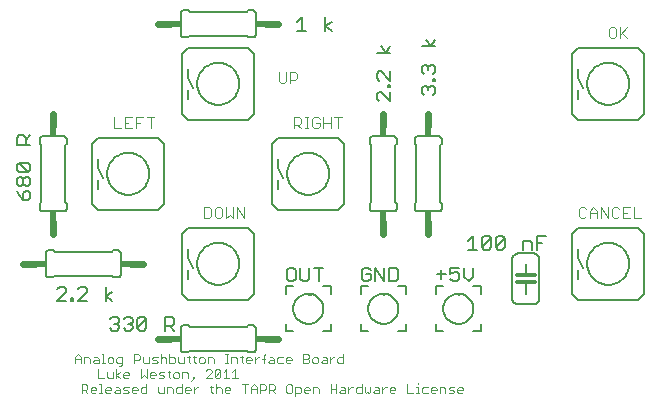
<source format=gto>
G75*
G70*
%OFA0B0*%
%FSLAX24Y24*%
%IPPOS*%
%LPD*%
%AMOC8*
5,1,8,0,0,1.08239X$1,22.5*
%
%ADD10C,0.0030*%
%ADD11C,0.0080*%
%ADD12C,0.0240*%
%ADD13C,0.0060*%
%ADD14R,0.0340X0.0240*%
%ADD15C,0.0050*%
%ADD16R,0.0240X0.0340*%
%ADD17C,0.0120*%
%ADD18C,0.0000*%
D10*
X002836Y001302D02*
X002836Y001495D01*
X002933Y001592D01*
X003029Y001495D01*
X003029Y001302D01*
X003131Y001302D02*
X003131Y001495D01*
X003276Y001495D01*
X003324Y001447D01*
X003324Y001302D01*
X003425Y001350D02*
X003474Y001399D01*
X003619Y001399D01*
X003619Y001447D02*
X003619Y001302D01*
X003474Y001302D01*
X003425Y001350D01*
X003474Y001495D02*
X003570Y001495D01*
X003619Y001447D01*
X003720Y001302D02*
X003817Y001302D01*
X003768Y001302D02*
X003768Y001592D01*
X003720Y001592D01*
X003916Y001447D02*
X003916Y001350D01*
X003965Y001302D01*
X004061Y001302D01*
X004110Y001350D01*
X004110Y001447D01*
X004061Y001495D01*
X003965Y001495D01*
X003916Y001447D01*
X004211Y001447D02*
X004211Y001350D01*
X004259Y001302D01*
X004404Y001302D01*
X004404Y001254D02*
X004404Y001495D01*
X004259Y001495D01*
X004211Y001447D01*
X004404Y001254D02*
X004356Y001205D01*
X004308Y001205D01*
X004198Y001092D02*
X004198Y000802D01*
X004198Y000899D02*
X004343Y000802D01*
X004443Y000850D02*
X004443Y000947D01*
X004492Y000995D01*
X004588Y000995D01*
X004637Y000947D01*
X004637Y000899D01*
X004443Y000899D01*
X004443Y000850D02*
X004492Y000802D01*
X004588Y000802D01*
X004343Y000995D02*
X004198Y000899D01*
X004097Y000995D02*
X004097Y000802D01*
X003951Y000802D01*
X003903Y000850D01*
X003903Y000995D01*
X003608Y001092D02*
X003608Y000802D01*
X003802Y000802D01*
X003692Y000592D02*
X003692Y000302D01*
X003644Y000302D02*
X003741Y000302D01*
X003840Y000350D02*
X003840Y000447D01*
X003889Y000495D01*
X003985Y000495D01*
X004034Y000447D01*
X004034Y000399D01*
X003840Y000399D01*
X003840Y000350D02*
X003889Y000302D01*
X003985Y000302D01*
X004135Y000350D02*
X004183Y000399D01*
X004328Y000399D01*
X004328Y000447D02*
X004328Y000302D01*
X004183Y000302D01*
X004135Y000350D01*
X004183Y000495D02*
X004280Y000495D01*
X004328Y000447D01*
X004430Y000447D02*
X004478Y000399D01*
X004575Y000399D01*
X004623Y000350D01*
X004575Y000302D01*
X004430Y000302D01*
X004430Y000447D02*
X004478Y000495D01*
X004623Y000495D01*
X004724Y000447D02*
X004724Y000350D01*
X004773Y000302D01*
X004869Y000302D01*
X004918Y000399D02*
X004724Y000399D01*
X004724Y000447D02*
X004773Y000495D01*
X004869Y000495D01*
X004918Y000447D01*
X004918Y000399D01*
X005019Y000447D02*
X005019Y000350D01*
X005067Y000302D01*
X005212Y000302D01*
X005212Y000592D01*
X005212Y000495D02*
X005067Y000495D01*
X005019Y000447D01*
X005033Y000802D02*
X005129Y000899D01*
X005226Y000802D01*
X005226Y001092D01*
X005327Y000947D02*
X005376Y000995D01*
X005472Y000995D01*
X005521Y000947D01*
X005521Y000899D01*
X005327Y000899D01*
X005327Y000947D02*
X005327Y000850D01*
X005376Y000802D01*
X005472Y000802D01*
X005622Y000802D02*
X005767Y000802D01*
X005815Y000850D01*
X005767Y000899D01*
X005670Y000899D01*
X005622Y000947D01*
X005670Y000995D01*
X005815Y000995D01*
X005916Y000995D02*
X006013Y000995D01*
X005965Y001044D02*
X005965Y000850D01*
X006013Y000802D01*
X006113Y000850D02*
X006161Y000802D01*
X006258Y000802D01*
X006306Y000850D01*
X006306Y000947D01*
X006258Y000995D01*
X006161Y000995D01*
X006113Y000947D01*
X006113Y000850D01*
X006408Y000802D02*
X006408Y000995D01*
X006553Y000995D01*
X006601Y000947D01*
X006601Y000802D01*
X006702Y000705D02*
X006799Y000802D01*
X006751Y000802D01*
X006751Y000850D01*
X006799Y000850D01*
X006799Y000802D01*
X007193Y000802D02*
X007387Y000995D01*
X007387Y001044D01*
X007338Y001092D01*
X007242Y001092D01*
X007193Y001044D01*
X007193Y000802D02*
X007387Y000802D01*
X007488Y000850D02*
X007681Y001044D01*
X007681Y000850D01*
X007633Y000802D01*
X007536Y000802D01*
X007488Y000850D01*
X007488Y001044D01*
X007536Y001092D01*
X007633Y001092D01*
X007681Y001044D01*
X007783Y000995D02*
X007879Y001092D01*
X007879Y000802D01*
X007783Y000802D02*
X007976Y000802D01*
X008077Y000802D02*
X008271Y000802D01*
X008174Y000802D02*
X008174Y001092D01*
X008077Y000995D01*
X008041Y001302D02*
X008041Y001495D01*
X008186Y001495D01*
X008235Y001447D01*
X008235Y001302D01*
X008384Y001350D02*
X008433Y001302D01*
X008384Y001350D02*
X008384Y001544D01*
X008336Y001495D02*
X008433Y001495D01*
X008532Y001447D02*
X008581Y001495D01*
X008677Y001495D01*
X008726Y001447D01*
X008726Y001399D01*
X008532Y001399D01*
X008532Y001447D02*
X008532Y001350D01*
X008581Y001302D01*
X008677Y001302D01*
X008827Y001302D02*
X008827Y001495D01*
X008827Y001399D02*
X008924Y001495D01*
X008972Y001495D01*
X009073Y001447D02*
X009169Y001447D01*
X009121Y001544D02*
X009121Y001302D01*
X009269Y001350D02*
X009317Y001399D01*
X009462Y001399D01*
X009462Y001447D02*
X009462Y001302D01*
X009317Y001302D01*
X009269Y001350D01*
X009317Y001495D02*
X009414Y001495D01*
X009462Y001447D01*
X009564Y001447D02*
X009564Y001350D01*
X009612Y001302D01*
X009757Y001302D01*
X009858Y001350D02*
X009858Y001447D01*
X009907Y001495D01*
X010003Y001495D01*
X010052Y001447D01*
X010052Y001399D01*
X009858Y001399D01*
X009858Y001350D02*
X009907Y001302D01*
X010003Y001302D01*
X009757Y001495D02*
X009612Y001495D01*
X009564Y001447D01*
X009169Y001592D02*
X009121Y001544D01*
X007942Y001592D02*
X007845Y001592D01*
X007893Y001592D02*
X007893Y001302D01*
X007845Y001302D02*
X007942Y001302D01*
X007449Y001302D02*
X007449Y001447D01*
X007401Y001495D01*
X007256Y001495D01*
X007256Y001302D01*
X007154Y001350D02*
X007154Y001447D01*
X007106Y001495D01*
X007009Y001495D01*
X006961Y001447D01*
X006961Y001350D01*
X007009Y001302D01*
X007106Y001302D01*
X007154Y001350D01*
X006861Y001302D02*
X006813Y001350D01*
X006813Y001544D01*
X006765Y001495D02*
X006861Y001495D01*
X006665Y001495D02*
X006568Y001495D01*
X006616Y001544D02*
X006616Y001350D01*
X006665Y001302D01*
X006467Y001302D02*
X006467Y001495D01*
X006467Y001302D02*
X006322Y001302D01*
X006273Y001350D01*
X006273Y001495D01*
X006172Y001447D02*
X006172Y001350D01*
X006124Y001302D01*
X005979Y001302D01*
X005979Y001592D01*
X005979Y001495D02*
X006124Y001495D01*
X006172Y001447D01*
X005878Y001447D02*
X005878Y001302D01*
X005878Y001447D02*
X005829Y001495D01*
X005733Y001495D01*
X005684Y001447D01*
X005583Y001495D02*
X005438Y001495D01*
X005390Y001447D01*
X005438Y001399D01*
X005535Y001399D01*
X005583Y001350D01*
X005535Y001302D01*
X005390Y001302D01*
X005288Y001302D02*
X005288Y001495D01*
X005288Y001302D02*
X005143Y001302D01*
X005095Y001350D01*
X005095Y001495D01*
X004994Y001447D02*
X004945Y001399D01*
X004800Y001399D01*
X004800Y001302D02*
X004800Y001592D01*
X004945Y001592D01*
X004994Y001544D01*
X004994Y001447D01*
X005033Y001092D02*
X005033Y000802D01*
X005608Y000495D02*
X005608Y000350D01*
X005657Y000302D01*
X005802Y000302D01*
X005802Y000495D01*
X005903Y000495D02*
X005903Y000302D01*
X006096Y000302D02*
X006096Y000447D01*
X006048Y000495D01*
X005903Y000495D01*
X006197Y000447D02*
X006197Y000350D01*
X006246Y000302D01*
X006391Y000302D01*
X006391Y000592D01*
X006391Y000495D02*
X006246Y000495D01*
X006197Y000447D01*
X006492Y000447D02*
X006492Y000350D01*
X006540Y000302D01*
X006637Y000302D01*
X006686Y000399D02*
X006492Y000399D01*
X006492Y000447D02*
X006540Y000495D01*
X006637Y000495D01*
X006686Y000447D01*
X006686Y000399D01*
X006787Y000399D02*
X006884Y000495D01*
X006932Y000495D01*
X006787Y000495D02*
X006787Y000302D01*
X007327Y000495D02*
X007424Y000495D01*
X007375Y000544D02*
X007375Y000350D01*
X007424Y000302D01*
X007523Y000302D02*
X007523Y000592D01*
X007572Y000495D02*
X007668Y000495D01*
X007717Y000447D01*
X007717Y000302D01*
X007818Y000350D02*
X007818Y000447D01*
X007866Y000495D01*
X007963Y000495D01*
X008011Y000447D01*
X008011Y000399D01*
X007818Y000399D01*
X007818Y000350D02*
X007866Y000302D01*
X007963Y000302D01*
X007572Y000495D02*
X007523Y000447D01*
X008407Y000592D02*
X008601Y000592D01*
X008504Y000592D02*
X008504Y000302D01*
X008702Y000302D02*
X008702Y000495D01*
X008799Y000592D01*
X008895Y000495D01*
X008895Y000302D01*
X008997Y000302D02*
X008997Y000592D01*
X009142Y000592D01*
X009190Y000544D01*
X009190Y000447D01*
X009142Y000399D01*
X008997Y000399D01*
X008895Y000447D02*
X008702Y000447D01*
X009291Y000399D02*
X009436Y000399D01*
X009485Y000447D01*
X009485Y000544D01*
X009436Y000592D01*
X009291Y000592D01*
X009291Y000302D01*
X009388Y000399D02*
X009485Y000302D01*
X009881Y000350D02*
X009929Y000302D01*
X010026Y000302D01*
X010074Y000350D01*
X010074Y000544D01*
X010026Y000592D01*
X009929Y000592D01*
X009881Y000544D01*
X009881Y000350D01*
X010175Y000302D02*
X010320Y000302D01*
X010369Y000350D01*
X010369Y000447D01*
X010320Y000495D01*
X010175Y000495D01*
X010175Y000205D01*
X010470Y000350D02*
X010470Y000447D01*
X010518Y000495D01*
X010615Y000495D01*
X010663Y000447D01*
X010663Y000399D01*
X010470Y000399D01*
X010470Y000350D02*
X010518Y000302D01*
X010615Y000302D01*
X010764Y000302D02*
X010764Y000495D01*
X010910Y000495D01*
X010958Y000447D01*
X010958Y000302D01*
X011354Y000302D02*
X011354Y000592D01*
X011354Y000447D02*
X011547Y000447D01*
X011648Y000350D02*
X011697Y000399D01*
X011842Y000399D01*
X011842Y000447D02*
X011842Y000302D01*
X011697Y000302D01*
X011648Y000350D01*
X011547Y000302D02*
X011547Y000592D01*
X011697Y000495D02*
X011794Y000495D01*
X011842Y000447D01*
X011943Y000399D02*
X012040Y000495D01*
X012088Y000495D01*
X012189Y000447D02*
X012237Y000495D01*
X012382Y000495D01*
X012382Y000592D02*
X012382Y000302D01*
X012237Y000302D01*
X012189Y000350D01*
X012189Y000447D01*
X011943Y000495D02*
X011943Y000302D01*
X012483Y000350D02*
X012532Y000302D01*
X012580Y000350D01*
X012628Y000302D01*
X012677Y000350D01*
X012677Y000495D01*
X012826Y000495D02*
X012923Y000495D01*
X012971Y000447D01*
X012971Y000302D01*
X012826Y000302D01*
X012778Y000350D01*
X012826Y000399D01*
X012971Y000399D01*
X013072Y000399D02*
X013169Y000495D01*
X013218Y000495D01*
X013318Y000447D02*
X013318Y000350D01*
X013366Y000302D01*
X013463Y000302D01*
X013511Y000399D02*
X013318Y000399D01*
X013318Y000447D02*
X013366Y000495D01*
X013463Y000495D01*
X013511Y000447D01*
X013511Y000399D01*
X013907Y000302D02*
X014101Y000302D01*
X014202Y000302D02*
X014299Y000302D01*
X014250Y000302D02*
X014250Y000495D01*
X014202Y000495D01*
X014250Y000592D02*
X014250Y000641D01*
X014398Y000447D02*
X014398Y000350D01*
X014447Y000302D01*
X014592Y000302D01*
X014693Y000350D02*
X014693Y000447D01*
X014741Y000495D01*
X014838Y000495D01*
X014886Y000447D01*
X014886Y000399D01*
X014693Y000399D01*
X014693Y000350D02*
X014741Y000302D01*
X014838Y000302D01*
X014988Y000302D02*
X014988Y000495D01*
X015133Y000495D01*
X015181Y000447D01*
X015181Y000302D01*
X015282Y000302D02*
X015427Y000302D01*
X015476Y000350D01*
X015427Y000399D01*
X015331Y000399D01*
X015282Y000447D01*
X015331Y000495D01*
X015476Y000495D01*
X015577Y000447D02*
X015577Y000350D01*
X015625Y000302D01*
X015722Y000302D01*
X015770Y000399D02*
X015577Y000399D01*
X015577Y000447D02*
X015625Y000495D01*
X015722Y000495D01*
X015770Y000447D01*
X015770Y000399D01*
X014592Y000495D02*
X014447Y000495D01*
X014398Y000447D01*
X013907Y000592D02*
X013907Y000302D01*
X013072Y000302D02*
X013072Y000495D01*
X012483Y000495D02*
X012483Y000350D01*
X011770Y001302D02*
X011625Y001302D01*
X011577Y001350D01*
X011577Y001447D01*
X011625Y001495D01*
X011770Y001495D01*
X011770Y001592D02*
X011770Y001302D01*
X011477Y001495D02*
X011428Y001495D01*
X011331Y001399D01*
X011331Y001495D02*
X011331Y001302D01*
X011230Y001302D02*
X011085Y001302D01*
X011037Y001350D01*
X011085Y001399D01*
X011230Y001399D01*
X011230Y001447D02*
X011230Y001302D01*
X011230Y001447D02*
X011182Y001495D01*
X011085Y001495D01*
X010936Y001447D02*
X010887Y001495D01*
X010791Y001495D01*
X010742Y001447D01*
X010742Y001350D01*
X010791Y001302D01*
X010887Y001302D01*
X010936Y001350D01*
X010936Y001447D01*
X010641Y001399D02*
X010641Y001350D01*
X010593Y001302D01*
X010448Y001302D01*
X010448Y001592D01*
X010593Y001592D01*
X010641Y001544D01*
X010641Y001495D01*
X010593Y001447D01*
X010448Y001447D01*
X010593Y001447D02*
X010641Y001399D01*
X005684Y001302D02*
X005684Y001592D01*
X003692Y000592D02*
X003644Y000592D01*
X003543Y000447D02*
X003543Y000399D01*
X003349Y000399D01*
X003349Y000447D02*
X003349Y000350D01*
X003398Y000302D01*
X003494Y000302D01*
X003543Y000447D02*
X003494Y000495D01*
X003398Y000495D01*
X003349Y000447D01*
X003248Y000447D02*
X003200Y000399D01*
X003055Y000399D01*
X003151Y000399D02*
X003248Y000302D01*
X003248Y000447D02*
X003248Y000544D01*
X003200Y000592D01*
X003055Y000592D01*
X003055Y000302D01*
X003029Y001447D02*
X002836Y001447D01*
X007122Y006122D02*
X007307Y006122D01*
X007369Y006184D01*
X007369Y006431D01*
X007307Y006492D01*
X007122Y006492D01*
X007122Y006122D01*
X007490Y006184D02*
X007490Y006431D01*
X007552Y006492D01*
X007675Y006492D01*
X007737Y006431D01*
X007737Y006184D01*
X007675Y006122D01*
X007552Y006122D01*
X007490Y006184D01*
X007859Y006122D02*
X007982Y006245D01*
X008105Y006122D01*
X008105Y006492D01*
X008227Y006492D02*
X008474Y006122D01*
X008474Y006492D01*
X008227Y006492D02*
X008227Y006122D01*
X007859Y006122D02*
X007859Y006492D01*
X010122Y009122D02*
X010122Y009492D01*
X010307Y009492D01*
X010369Y009431D01*
X010369Y009307D01*
X010307Y009245D01*
X010122Y009245D01*
X010245Y009245D02*
X010369Y009122D01*
X010490Y009122D02*
X010614Y009122D01*
X010552Y009122D02*
X010552Y009492D01*
X010490Y009492D02*
X010614Y009492D01*
X010736Y009431D02*
X010736Y009184D01*
X010797Y009122D01*
X010921Y009122D01*
X010983Y009184D01*
X010983Y009307D01*
X010859Y009307D01*
X010736Y009431D02*
X010797Y009492D01*
X010921Y009492D01*
X010983Y009431D01*
X011104Y009492D02*
X011104Y009122D01*
X011104Y009307D02*
X011351Y009307D01*
X011351Y009492D02*
X011351Y009122D01*
X011596Y009122D02*
X011596Y009492D01*
X011719Y009492D02*
X011472Y009492D01*
X009990Y010622D02*
X009990Y010992D01*
X010175Y010992D01*
X010237Y010931D01*
X010237Y010807D01*
X010175Y010745D01*
X009990Y010745D01*
X009869Y010684D02*
X009869Y010992D01*
X009622Y010992D02*
X009622Y010684D01*
X009684Y010622D01*
X009807Y010622D01*
X009869Y010684D01*
X005474Y009492D02*
X005227Y009492D01*
X005105Y009492D02*
X004859Y009492D01*
X004859Y009122D01*
X004737Y009122D02*
X004490Y009122D01*
X004490Y009492D01*
X004737Y009492D01*
X004859Y009307D02*
X004982Y009307D01*
X004614Y009307D02*
X004490Y009307D01*
X004369Y009122D02*
X004122Y009122D01*
X004122Y009492D01*
X005350Y009492D02*
X005350Y009122D01*
X019622Y006431D02*
X019622Y006184D01*
X019684Y006122D01*
X019807Y006122D01*
X019869Y006184D01*
X019990Y006122D02*
X019990Y006369D01*
X020114Y006492D01*
X020237Y006369D01*
X020237Y006122D01*
X020359Y006122D02*
X020359Y006492D01*
X020605Y006122D01*
X020605Y006492D01*
X020727Y006431D02*
X020727Y006184D01*
X020789Y006122D01*
X020912Y006122D01*
X020974Y006184D01*
X021095Y006122D02*
X021342Y006122D01*
X021463Y006122D02*
X021710Y006122D01*
X021463Y006122D02*
X021463Y006492D01*
X021342Y006492D02*
X021095Y006492D01*
X021095Y006122D01*
X021095Y006307D02*
X021219Y006307D01*
X020974Y006431D02*
X020912Y006492D01*
X020789Y006492D01*
X020727Y006431D01*
X020237Y006307D02*
X019990Y006307D01*
X019869Y006431D02*
X019807Y006492D01*
X019684Y006492D01*
X019622Y006431D01*
X020684Y012122D02*
X020622Y012184D01*
X020622Y012431D01*
X020684Y012492D01*
X020807Y012492D01*
X020869Y012431D01*
X020869Y012184D01*
X020807Y012122D01*
X020684Y012122D01*
X020990Y012122D02*
X020990Y012492D01*
X020990Y012245D02*
X021237Y012492D01*
X021052Y012307D02*
X021237Y012122D01*
D11*
X021457Y011807D02*
X019757Y011807D01*
X019607Y011807D01*
X019407Y011607D01*
X019407Y011007D01*
X019407Y011012D02*
X019407Y010207D01*
X019407Y009607D01*
X019607Y009407D01*
X019757Y009407D01*
X021457Y009407D01*
X021607Y009407D01*
X021807Y009607D01*
X021807Y010207D01*
X021807Y011000D01*
X021807Y011007D02*
X021807Y011607D01*
X021607Y011807D01*
X021457Y011807D01*
X019607Y011107D02*
X019607Y010807D01*
X019757Y010457D01*
X019607Y010407D02*
X019607Y010107D01*
X019907Y010607D02*
X019909Y010659D01*
X019915Y010711D01*
X019925Y010763D01*
X019938Y010813D01*
X019955Y010863D01*
X019976Y010911D01*
X020001Y010957D01*
X020029Y011001D01*
X020060Y011043D01*
X020094Y011083D01*
X020131Y011120D01*
X020171Y011154D01*
X020213Y011185D01*
X020257Y011213D01*
X020303Y011238D01*
X020351Y011259D01*
X020401Y011276D01*
X020451Y011289D01*
X020503Y011299D01*
X020555Y011305D01*
X020607Y011307D01*
X020659Y011305D01*
X020711Y011299D01*
X020763Y011289D01*
X020813Y011276D01*
X020863Y011259D01*
X020911Y011238D01*
X020957Y011213D01*
X021001Y011185D01*
X021043Y011154D01*
X021083Y011120D01*
X021120Y011083D01*
X021154Y011043D01*
X021185Y011001D01*
X021213Y010957D01*
X021238Y010911D01*
X021259Y010863D01*
X021276Y010813D01*
X021289Y010763D01*
X021299Y010711D01*
X021305Y010659D01*
X021307Y010607D01*
X021305Y010555D01*
X021299Y010503D01*
X021289Y010451D01*
X021276Y010401D01*
X021259Y010351D01*
X021238Y010303D01*
X021213Y010257D01*
X021185Y010213D01*
X021154Y010171D01*
X021120Y010131D01*
X021083Y010094D01*
X021043Y010060D01*
X021001Y010029D01*
X020957Y010001D01*
X020911Y009976D01*
X020863Y009955D01*
X020813Y009938D01*
X020763Y009925D01*
X020711Y009915D01*
X020659Y009909D01*
X020607Y009907D01*
X020555Y009909D01*
X020503Y009915D01*
X020451Y009925D01*
X020401Y009938D01*
X020351Y009955D01*
X020303Y009976D01*
X020257Y010001D01*
X020213Y010029D01*
X020171Y010060D01*
X020131Y010094D01*
X020094Y010131D01*
X020060Y010171D01*
X020029Y010213D01*
X020001Y010257D01*
X019976Y010303D01*
X019955Y010351D01*
X019938Y010401D01*
X019925Y010451D01*
X019915Y010503D01*
X019909Y010555D01*
X019907Y010607D01*
X019757Y005807D02*
X019607Y005807D01*
X019407Y005607D01*
X019407Y005007D01*
X019407Y005012D02*
X019407Y004207D01*
X019407Y003607D01*
X019607Y003407D01*
X019757Y003407D01*
X021457Y003407D01*
X021607Y003407D01*
X021807Y003607D01*
X021807Y004207D01*
X021807Y005000D01*
X021807Y005007D02*
X021807Y005607D01*
X021607Y005807D01*
X021457Y005807D01*
X019757Y005807D01*
X019607Y005107D02*
X019607Y004807D01*
X019757Y004457D01*
X019607Y004407D02*
X019607Y004107D01*
X019907Y004607D02*
X019909Y004659D01*
X019915Y004711D01*
X019925Y004763D01*
X019938Y004813D01*
X019955Y004863D01*
X019976Y004911D01*
X020001Y004957D01*
X020029Y005001D01*
X020060Y005043D01*
X020094Y005083D01*
X020131Y005120D01*
X020171Y005154D01*
X020213Y005185D01*
X020257Y005213D01*
X020303Y005238D01*
X020351Y005259D01*
X020401Y005276D01*
X020451Y005289D01*
X020503Y005299D01*
X020555Y005305D01*
X020607Y005307D01*
X020659Y005305D01*
X020711Y005299D01*
X020763Y005289D01*
X020813Y005276D01*
X020863Y005259D01*
X020911Y005238D01*
X020957Y005213D01*
X021001Y005185D01*
X021043Y005154D01*
X021083Y005120D01*
X021120Y005083D01*
X021154Y005043D01*
X021185Y005001D01*
X021213Y004957D01*
X021238Y004911D01*
X021259Y004863D01*
X021276Y004813D01*
X021289Y004763D01*
X021299Y004711D01*
X021305Y004659D01*
X021307Y004607D01*
X021305Y004555D01*
X021299Y004503D01*
X021289Y004451D01*
X021276Y004401D01*
X021259Y004351D01*
X021238Y004303D01*
X021213Y004257D01*
X021185Y004213D01*
X021154Y004171D01*
X021120Y004131D01*
X021083Y004094D01*
X021043Y004060D01*
X021001Y004029D01*
X020957Y004001D01*
X020911Y003976D01*
X020863Y003955D01*
X020813Y003938D01*
X020763Y003925D01*
X020711Y003915D01*
X020659Y003909D01*
X020607Y003907D01*
X020555Y003909D01*
X020503Y003915D01*
X020451Y003925D01*
X020401Y003938D01*
X020351Y003955D01*
X020303Y003976D01*
X020257Y004001D01*
X020213Y004029D01*
X020171Y004060D01*
X020131Y004094D01*
X020094Y004131D01*
X020060Y004171D01*
X020029Y004213D01*
X020001Y004257D01*
X019976Y004303D01*
X019955Y004351D01*
X019938Y004401D01*
X019925Y004451D01*
X019915Y004503D01*
X019909Y004555D01*
X019907Y004607D01*
X011807Y006607D02*
X011607Y006407D01*
X011457Y006407D01*
X009757Y006407D01*
X009607Y006407D01*
X009407Y006607D01*
X009407Y007207D01*
X009407Y008012D01*
X009407Y008007D02*
X009407Y008607D01*
X009607Y008807D01*
X009757Y008807D01*
X011457Y008807D01*
X011607Y008807D01*
X011807Y008607D01*
X011807Y008007D01*
X011807Y008000D02*
X011807Y007207D01*
X011807Y006607D01*
X009907Y007607D02*
X009909Y007659D01*
X009915Y007711D01*
X009925Y007763D01*
X009938Y007813D01*
X009955Y007863D01*
X009976Y007911D01*
X010001Y007957D01*
X010029Y008001D01*
X010060Y008043D01*
X010094Y008083D01*
X010131Y008120D01*
X010171Y008154D01*
X010213Y008185D01*
X010257Y008213D01*
X010303Y008238D01*
X010351Y008259D01*
X010401Y008276D01*
X010451Y008289D01*
X010503Y008299D01*
X010555Y008305D01*
X010607Y008307D01*
X010659Y008305D01*
X010711Y008299D01*
X010763Y008289D01*
X010813Y008276D01*
X010863Y008259D01*
X010911Y008238D01*
X010957Y008213D01*
X011001Y008185D01*
X011043Y008154D01*
X011083Y008120D01*
X011120Y008083D01*
X011154Y008043D01*
X011185Y008001D01*
X011213Y007957D01*
X011238Y007911D01*
X011259Y007863D01*
X011276Y007813D01*
X011289Y007763D01*
X011299Y007711D01*
X011305Y007659D01*
X011307Y007607D01*
X011305Y007555D01*
X011299Y007503D01*
X011289Y007451D01*
X011276Y007401D01*
X011259Y007351D01*
X011238Y007303D01*
X011213Y007257D01*
X011185Y007213D01*
X011154Y007171D01*
X011120Y007131D01*
X011083Y007094D01*
X011043Y007060D01*
X011001Y007029D01*
X010957Y007001D01*
X010911Y006976D01*
X010863Y006955D01*
X010813Y006938D01*
X010763Y006925D01*
X010711Y006915D01*
X010659Y006909D01*
X010607Y006907D01*
X010555Y006909D01*
X010503Y006915D01*
X010451Y006925D01*
X010401Y006938D01*
X010351Y006955D01*
X010303Y006976D01*
X010257Y007001D01*
X010213Y007029D01*
X010171Y007060D01*
X010131Y007094D01*
X010094Y007131D01*
X010060Y007171D01*
X010029Y007213D01*
X010001Y007257D01*
X009976Y007303D01*
X009955Y007351D01*
X009938Y007401D01*
X009925Y007451D01*
X009915Y007503D01*
X009909Y007555D01*
X009907Y007607D01*
X009757Y007457D02*
X009607Y007807D01*
X009607Y008107D01*
X009607Y007407D02*
X009607Y007107D01*
X008607Y005807D02*
X008457Y005807D01*
X006757Y005807D01*
X006607Y005807D01*
X006407Y005607D01*
X006407Y005007D01*
X006407Y005012D02*
X006407Y004207D01*
X006407Y003607D01*
X006607Y003407D01*
X006757Y003407D01*
X008457Y003407D01*
X008607Y003407D01*
X008807Y003607D01*
X008807Y004207D01*
X008807Y005000D01*
X008807Y005007D02*
X008807Y005607D01*
X008607Y005807D01*
X006907Y004607D02*
X006909Y004659D01*
X006915Y004711D01*
X006925Y004763D01*
X006938Y004813D01*
X006955Y004863D01*
X006976Y004911D01*
X007001Y004957D01*
X007029Y005001D01*
X007060Y005043D01*
X007094Y005083D01*
X007131Y005120D01*
X007171Y005154D01*
X007213Y005185D01*
X007257Y005213D01*
X007303Y005238D01*
X007351Y005259D01*
X007401Y005276D01*
X007451Y005289D01*
X007503Y005299D01*
X007555Y005305D01*
X007607Y005307D01*
X007659Y005305D01*
X007711Y005299D01*
X007763Y005289D01*
X007813Y005276D01*
X007863Y005259D01*
X007911Y005238D01*
X007957Y005213D01*
X008001Y005185D01*
X008043Y005154D01*
X008083Y005120D01*
X008120Y005083D01*
X008154Y005043D01*
X008185Y005001D01*
X008213Y004957D01*
X008238Y004911D01*
X008259Y004863D01*
X008276Y004813D01*
X008289Y004763D01*
X008299Y004711D01*
X008305Y004659D01*
X008307Y004607D01*
X008305Y004555D01*
X008299Y004503D01*
X008289Y004451D01*
X008276Y004401D01*
X008259Y004351D01*
X008238Y004303D01*
X008213Y004257D01*
X008185Y004213D01*
X008154Y004171D01*
X008120Y004131D01*
X008083Y004094D01*
X008043Y004060D01*
X008001Y004029D01*
X007957Y004001D01*
X007911Y003976D01*
X007863Y003955D01*
X007813Y003938D01*
X007763Y003925D01*
X007711Y003915D01*
X007659Y003909D01*
X007607Y003907D01*
X007555Y003909D01*
X007503Y003915D01*
X007451Y003925D01*
X007401Y003938D01*
X007351Y003955D01*
X007303Y003976D01*
X007257Y004001D01*
X007213Y004029D01*
X007171Y004060D01*
X007131Y004094D01*
X007094Y004131D01*
X007060Y004171D01*
X007029Y004213D01*
X007001Y004257D01*
X006976Y004303D01*
X006955Y004351D01*
X006938Y004401D01*
X006925Y004451D01*
X006915Y004503D01*
X006909Y004555D01*
X006907Y004607D01*
X006757Y004457D02*
X006607Y004807D01*
X006607Y005107D01*
X006607Y004407D02*
X006607Y004107D01*
X005607Y006407D02*
X005457Y006407D01*
X003757Y006407D01*
X003607Y006407D01*
X003407Y006607D01*
X003407Y007207D01*
X003407Y008012D01*
X003407Y008007D02*
X003407Y008607D01*
X003607Y008807D01*
X003757Y008807D01*
X005457Y008807D01*
X005607Y008807D01*
X005807Y008607D01*
X005807Y008007D01*
X005807Y008000D02*
X005807Y007207D01*
X005807Y006607D01*
X005607Y006407D01*
X003757Y007457D02*
X003607Y007807D01*
X003607Y008107D01*
X003907Y007607D02*
X003909Y007659D01*
X003915Y007711D01*
X003925Y007763D01*
X003938Y007813D01*
X003955Y007863D01*
X003976Y007911D01*
X004001Y007957D01*
X004029Y008001D01*
X004060Y008043D01*
X004094Y008083D01*
X004131Y008120D01*
X004171Y008154D01*
X004213Y008185D01*
X004257Y008213D01*
X004303Y008238D01*
X004351Y008259D01*
X004401Y008276D01*
X004451Y008289D01*
X004503Y008299D01*
X004555Y008305D01*
X004607Y008307D01*
X004659Y008305D01*
X004711Y008299D01*
X004763Y008289D01*
X004813Y008276D01*
X004863Y008259D01*
X004911Y008238D01*
X004957Y008213D01*
X005001Y008185D01*
X005043Y008154D01*
X005083Y008120D01*
X005120Y008083D01*
X005154Y008043D01*
X005185Y008001D01*
X005213Y007957D01*
X005238Y007911D01*
X005259Y007863D01*
X005276Y007813D01*
X005289Y007763D01*
X005299Y007711D01*
X005305Y007659D01*
X005307Y007607D01*
X005305Y007555D01*
X005299Y007503D01*
X005289Y007451D01*
X005276Y007401D01*
X005259Y007351D01*
X005238Y007303D01*
X005213Y007257D01*
X005185Y007213D01*
X005154Y007171D01*
X005120Y007131D01*
X005083Y007094D01*
X005043Y007060D01*
X005001Y007029D01*
X004957Y007001D01*
X004911Y006976D01*
X004863Y006955D01*
X004813Y006938D01*
X004763Y006925D01*
X004711Y006915D01*
X004659Y006909D01*
X004607Y006907D01*
X004555Y006909D01*
X004503Y006915D01*
X004451Y006925D01*
X004401Y006938D01*
X004351Y006955D01*
X004303Y006976D01*
X004257Y007001D01*
X004213Y007029D01*
X004171Y007060D01*
X004131Y007094D01*
X004094Y007131D01*
X004060Y007171D01*
X004029Y007213D01*
X004001Y007257D01*
X003976Y007303D01*
X003955Y007351D01*
X003938Y007401D01*
X003925Y007451D01*
X003915Y007503D01*
X003909Y007555D01*
X003907Y007607D01*
X003607Y007407D02*
X003607Y007107D01*
X006407Y009607D02*
X006607Y009407D01*
X006757Y009407D01*
X008457Y009407D01*
X008607Y009407D01*
X008807Y009607D01*
X008807Y010207D01*
X008807Y011000D01*
X008807Y011007D02*
X008807Y011607D01*
X008607Y011807D01*
X008457Y011807D01*
X006757Y011807D01*
X006607Y011807D01*
X006407Y011607D01*
X006407Y011007D01*
X006407Y011012D02*
X006407Y010207D01*
X006407Y009607D01*
X006607Y010107D02*
X006607Y010407D01*
X006757Y010457D02*
X006607Y010807D01*
X006607Y011107D01*
X006907Y010607D02*
X006909Y010659D01*
X006915Y010711D01*
X006925Y010763D01*
X006938Y010813D01*
X006955Y010863D01*
X006976Y010911D01*
X007001Y010957D01*
X007029Y011001D01*
X007060Y011043D01*
X007094Y011083D01*
X007131Y011120D01*
X007171Y011154D01*
X007213Y011185D01*
X007257Y011213D01*
X007303Y011238D01*
X007351Y011259D01*
X007401Y011276D01*
X007451Y011289D01*
X007503Y011299D01*
X007555Y011305D01*
X007607Y011307D01*
X007659Y011305D01*
X007711Y011299D01*
X007763Y011289D01*
X007813Y011276D01*
X007863Y011259D01*
X007911Y011238D01*
X007957Y011213D01*
X008001Y011185D01*
X008043Y011154D01*
X008083Y011120D01*
X008120Y011083D01*
X008154Y011043D01*
X008185Y011001D01*
X008213Y010957D01*
X008238Y010911D01*
X008259Y010863D01*
X008276Y010813D01*
X008289Y010763D01*
X008299Y010711D01*
X008305Y010659D01*
X008307Y010607D01*
X008305Y010555D01*
X008299Y010503D01*
X008289Y010451D01*
X008276Y010401D01*
X008259Y010351D01*
X008238Y010303D01*
X008213Y010257D01*
X008185Y010213D01*
X008154Y010171D01*
X008120Y010131D01*
X008083Y010094D01*
X008043Y010060D01*
X008001Y010029D01*
X007957Y010001D01*
X007911Y009976D01*
X007863Y009955D01*
X007813Y009938D01*
X007763Y009925D01*
X007711Y009915D01*
X007659Y009909D01*
X007607Y009907D01*
X007555Y009909D01*
X007503Y009915D01*
X007451Y009925D01*
X007401Y009938D01*
X007351Y009955D01*
X007303Y009976D01*
X007257Y010001D01*
X007213Y010029D01*
X007171Y010060D01*
X007131Y010094D01*
X007094Y010131D01*
X007060Y010171D01*
X007029Y010213D01*
X007001Y010257D01*
X006976Y010303D01*
X006955Y010351D01*
X006938Y010401D01*
X006925Y010451D01*
X006915Y010503D01*
X006909Y010555D01*
X006907Y010607D01*
D12*
X006007Y012607D02*
X005607Y012607D01*
X009207Y012607D02*
X009607Y012607D01*
X013107Y009607D02*
X013107Y009207D01*
X014607Y009207D02*
X014607Y009607D01*
X014607Y006007D02*
X014607Y005607D01*
X013107Y005607D02*
X013107Y006007D01*
X009607Y002107D02*
X009207Y002107D01*
X006007Y002107D02*
X005607Y002107D01*
X005107Y004607D02*
X004707Y004607D01*
X002107Y005607D02*
X002107Y006007D01*
X001507Y004607D02*
X001107Y004607D01*
X002107Y009207D02*
X002107Y009607D01*
D13*
X002457Y008857D02*
X001757Y008857D01*
X001740Y008855D01*
X001723Y008851D01*
X001707Y008844D01*
X001693Y008834D01*
X001680Y008821D01*
X001670Y008807D01*
X001663Y008791D01*
X001659Y008774D01*
X001657Y008757D01*
X001657Y008607D01*
X001707Y008557D01*
X001707Y006657D01*
X001657Y006607D01*
X001657Y006457D01*
X001659Y006440D01*
X001663Y006423D01*
X001670Y006407D01*
X001680Y006393D01*
X001693Y006380D01*
X001707Y006370D01*
X001723Y006363D01*
X001740Y006359D01*
X001757Y006357D01*
X002457Y006357D01*
X002474Y006359D01*
X002491Y006363D01*
X002507Y006370D01*
X002521Y006380D01*
X002534Y006393D01*
X002544Y006407D01*
X002551Y006423D01*
X002555Y006440D01*
X002557Y006457D01*
X002557Y006607D01*
X002507Y006657D01*
X002507Y008557D01*
X002557Y008607D01*
X002557Y008757D01*
X002555Y008774D01*
X002551Y008791D01*
X002544Y008807D01*
X002534Y008821D01*
X002521Y008834D01*
X002507Y008844D01*
X002491Y008851D01*
X002474Y008855D01*
X002457Y008857D01*
X006457Y012157D02*
X006607Y012157D01*
X006657Y012207D01*
X008557Y012207D01*
X008607Y012157D01*
X008757Y012157D01*
X008774Y012159D01*
X008791Y012163D01*
X008807Y012170D01*
X008821Y012180D01*
X008834Y012193D01*
X008844Y012207D01*
X008851Y012223D01*
X008855Y012240D01*
X008857Y012257D01*
X008857Y012957D01*
X008855Y012974D01*
X008851Y012991D01*
X008844Y013007D01*
X008834Y013021D01*
X008821Y013034D01*
X008807Y013044D01*
X008791Y013051D01*
X008774Y013055D01*
X008757Y013057D01*
X008607Y013057D01*
X008557Y013007D01*
X006657Y013007D01*
X006607Y013057D01*
X006457Y013057D01*
X006440Y013055D01*
X006423Y013051D01*
X006407Y013044D01*
X006393Y013034D01*
X006380Y013021D01*
X006370Y013007D01*
X006363Y012991D01*
X006359Y012974D01*
X006357Y012957D01*
X006357Y012257D01*
X006359Y012240D01*
X006363Y012223D01*
X006370Y012207D01*
X006380Y012193D01*
X006393Y012180D01*
X006407Y012170D01*
X006423Y012163D01*
X006440Y012159D01*
X006457Y012157D01*
X012657Y008757D02*
X012657Y008607D01*
X012707Y008557D01*
X012707Y006657D01*
X012657Y006607D01*
X012657Y006457D01*
X012659Y006440D01*
X012663Y006423D01*
X012670Y006407D01*
X012680Y006393D01*
X012693Y006380D01*
X012707Y006370D01*
X012723Y006363D01*
X012740Y006359D01*
X012757Y006357D01*
X013457Y006357D01*
X013474Y006359D01*
X013491Y006363D01*
X013507Y006370D01*
X013521Y006380D01*
X013534Y006393D01*
X013544Y006407D01*
X013551Y006423D01*
X013555Y006440D01*
X013557Y006457D01*
X013557Y006607D01*
X013507Y006657D01*
X013507Y008557D01*
X013557Y008607D01*
X013557Y008757D01*
X013555Y008774D01*
X013551Y008791D01*
X013544Y008807D01*
X013534Y008821D01*
X013521Y008834D01*
X013507Y008844D01*
X013491Y008851D01*
X013474Y008855D01*
X013457Y008857D01*
X012757Y008857D01*
X012740Y008855D01*
X012723Y008851D01*
X012707Y008844D01*
X012693Y008834D01*
X012680Y008821D01*
X012670Y008807D01*
X012663Y008791D01*
X012659Y008774D01*
X012657Y008757D01*
X014157Y008757D02*
X014157Y008607D01*
X014207Y008557D01*
X014207Y006657D01*
X014157Y006607D01*
X014157Y006457D01*
X014159Y006440D01*
X014163Y006423D01*
X014170Y006407D01*
X014180Y006393D01*
X014193Y006380D01*
X014207Y006370D01*
X014223Y006363D01*
X014240Y006359D01*
X014257Y006357D01*
X014957Y006357D01*
X014974Y006359D01*
X014991Y006363D01*
X015007Y006370D01*
X015021Y006380D01*
X015034Y006393D01*
X015044Y006407D01*
X015051Y006423D01*
X015055Y006440D01*
X015057Y006457D01*
X015057Y006607D01*
X015007Y006657D01*
X015007Y008557D01*
X015057Y008607D01*
X015057Y008757D01*
X015055Y008774D01*
X015051Y008791D01*
X015044Y008807D01*
X015034Y008821D01*
X015021Y008834D01*
X015007Y008844D01*
X014991Y008851D01*
X014974Y008855D01*
X014957Y008857D01*
X014257Y008857D01*
X014240Y008855D01*
X014223Y008851D01*
X014207Y008844D01*
X014193Y008834D01*
X014180Y008821D01*
X014170Y008807D01*
X014163Y008791D01*
X014159Y008774D01*
X014157Y008757D01*
X017607Y004957D02*
X018107Y004957D01*
X018133Y004955D01*
X018159Y004950D01*
X018184Y004942D01*
X018207Y004930D01*
X018229Y004916D01*
X018248Y004898D01*
X018266Y004879D01*
X018280Y004857D01*
X018292Y004834D01*
X018300Y004809D01*
X018305Y004783D01*
X018307Y004757D01*
X018307Y003457D01*
X018305Y003431D01*
X018300Y003405D01*
X018292Y003380D01*
X018280Y003357D01*
X018266Y003335D01*
X018248Y003316D01*
X018229Y003298D01*
X018207Y003284D01*
X018184Y003272D01*
X018159Y003264D01*
X018133Y003259D01*
X018107Y003257D01*
X017607Y003257D01*
X017581Y003259D01*
X017555Y003264D01*
X017530Y003272D01*
X017507Y003284D01*
X017485Y003298D01*
X017466Y003316D01*
X017448Y003335D01*
X017434Y003357D01*
X017422Y003380D01*
X017414Y003405D01*
X017409Y003431D01*
X017407Y003457D01*
X017407Y004757D01*
X017409Y004783D01*
X017414Y004809D01*
X017422Y004834D01*
X017434Y004857D01*
X017448Y004879D01*
X017466Y004898D01*
X017485Y004916D01*
X017507Y004930D01*
X017530Y004942D01*
X017555Y004950D01*
X017581Y004955D01*
X017607Y004957D01*
X017857Y004607D02*
X017857Y004237D01*
X017857Y003987D02*
X017857Y003607D01*
X016357Y003607D02*
X016357Y003857D01*
X016107Y003857D01*
X015107Y003857D02*
X014857Y003857D01*
X014857Y003607D01*
X015107Y003107D02*
X015109Y003151D01*
X015115Y003195D01*
X015125Y003238D01*
X015138Y003280D01*
X015155Y003321D01*
X015176Y003360D01*
X015200Y003397D01*
X015227Y003432D01*
X015257Y003464D01*
X015290Y003494D01*
X015326Y003520D01*
X015363Y003544D01*
X015403Y003563D01*
X015444Y003580D01*
X015487Y003592D01*
X015530Y003601D01*
X015574Y003606D01*
X015618Y003607D01*
X015662Y003604D01*
X015706Y003597D01*
X015749Y003586D01*
X015791Y003572D01*
X015831Y003554D01*
X015870Y003532D01*
X015906Y003508D01*
X015940Y003480D01*
X015972Y003449D01*
X016001Y003415D01*
X016027Y003379D01*
X016049Y003341D01*
X016068Y003301D01*
X016083Y003259D01*
X016095Y003217D01*
X016103Y003173D01*
X016107Y003129D01*
X016107Y003085D01*
X016103Y003041D01*
X016095Y002997D01*
X016083Y002955D01*
X016068Y002913D01*
X016049Y002873D01*
X016027Y002835D01*
X016001Y002799D01*
X015972Y002765D01*
X015940Y002734D01*
X015906Y002706D01*
X015870Y002682D01*
X015831Y002660D01*
X015791Y002642D01*
X015749Y002628D01*
X015706Y002617D01*
X015662Y002610D01*
X015618Y002607D01*
X015574Y002608D01*
X015530Y002613D01*
X015487Y002622D01*
X015444Y002634D01*
X015403Y002651D01*
X015363Y002670D01*
X015326Y002694D01*
X015290Y002720D01*
X015257Y002750D01*
X015227Y002782D01*
X015200Y002817D01*
X015176Y002854D01*
X015155Y002893D01*
X015138Y002934D01*
X015125Y002976D01*
X015115Y003019D01*
X015109Y003063D01*
X015107Y003107D01*
X014857Y002607D02*
X014857Y002357D01*
X015107Y002357D01*
X016107Y002357D02*
X016357Y002357D01*
X016357Y002607D01*
X013857Y002607D02*
X013857Y002357D01*
X013607Y002357D01*
X012607Y002357D02*
X012357Y002357D01*
X012357Y002607D01*
X012607Y003107D02*
X012609Y003151D01*
X012615Y003195D01*
X012625Y003238D01*
X012638Y003280D01*
X012655Y003321D01*
X012676Y003360D01*
X012700Y003397D01*
X012727Y003432D01*
X012757Y003464D01*
X012790Y003494D01*
X012826Y003520D01*
X012863Y003544D01*
X012903Y003563D01*
X012944Y003580D01*
X012987Y003592D01*
X013030Y003601D01*
X013074Y003606D01*
X013118Y003607D01*
X013162Y003604D01*
X013206Y003597D01*
X013249Y003586D01*
X013291Y003572D01*
X013331Y003554D01*
X013370Y003532D01*
X013406Y003508D01*
X013440Y003480D01*
X013472Y003449D01*
X013501Y003415D01*
X013527Y003379D01*
X013549Y003341D01*
X013568Y003301D01*
X013583Y003259D01*
X013595Y003217D01*
X013603Y003173D01*
X013607Y003129D01*
X013607Y003085D01*
X013603Y003041D01*
X013595Y002997D01*
X013583Y002955D01*
X013568Y002913D01*
X013549Y002873D01*
X013527Y002835D01*
X013501Y002799D01*
X013472Y002765D01*
X013440Y002734D01*
X013406Y002706D01*
X013370Y002682D01*
X013331Y002660D01*
X013291Y002642D01*
X013249Y002628D01*
X013206Y002617D01*
X013162Y002610D01*
X013118Y002607D01*
X013074Y002608D01*
X013030Y002613D01*
X012987Y002622D01*
X012944Y002634D01*
X012903Y002651D01*
X012863Y002670D01*
X012826Y002694D01*
X012790Y002720D01*
X012757Y002750D01*
X012727Y002782D01*
X012700Y002817D01*
X012676Y002854D01*
X012655Y002893D01*
X012638Y002934D01*
X012625Y002976D01*
X012615Y003019D01*
X012609Y003063D01*
X012607Y003107D01*
X012357Y003607D02*
X012357Y003857D01*
X012607Y003857D01*
X013607Y003857D02*
X013857Y003857D01*
X013857Y003607D01*
X011357Y003607D02*
X011357Y003857D01*
X011107Y003857D01*
X010107Y003857D02*
X009857Y003857D01*
X009857Y003607D01*
X010107Y003107D02*
X010109Y003151D01*
X010115Y003195D01*
X010125Y003238D01*
X010138Y003280D01*
X010155Y003321D01*
X010176Y003360D01*
X010200Y003397D01*
X010227Y003432D01*
X010257Y003464D01*
X010290Y003494D01*
X010326Y003520D01*
X010363Y003544D01*
X010403Y003563D01*
X010444Y003580D01*
X010487Y003592D01*
X010530Y003601D01*
X010574Y003606D01*
X010618Y003607D01*
X010662Y003604D01*
X010706Y003597D01*
X010749Y003586D01*
X010791Y003572D01*
X010831Y003554D01*
X010870Y003532D01*
X010906Y003508D01*
X010940Y003480D01*
X010972Y003449D01*
X011001Y003415D01*
X011027Y003379D01*
X011049Y003341D01*
X011068Y003301D01*
X011083Y003259D01*
X011095Y003217D01*
X011103Y003173D01*
X011107Y003129D01*
X011107Y003085D01*
X011103Y003041D01*
X011095Y002997D01*
X011083Y002955D01*
X011068Y002913D01*
X011049Y002873D01*
X011027Y002835D01*
X011001Y002799D01*
X010972Y002765D01*
X010940Y002734D01*
X010906Y002706D01*
X010870Y002682D01*
X010831Y002660D01*
X010791Y002642D01*
X010749Y002628D01*
X010706Y002617D01*
X010662Y002610D01*
X010618Y002607D01*
X010574Y002608D01*
X010530Y002613D01*
X010487Y002622D01*
X010444Y002634D01*
X010403Y002651D01*
X010363Y002670D01*
X010326Y002694D01*
X010290Y002720D01*
X010257Y002750D01*
X010227Y002782D01*
X010200Y002817D01*
X010176Y002854D01*
X010155Y002893D01*
X010138Y002934D01*
X010125Y002976D01*
X010115Y003019D01*
X010109Y003063D01*
X010107Y003107D01*
X009857Y002607D02*
X009857Y002357D01*
X010107Y002357D01*
X011107Y002357D02*
X011357Y002357D01*
X011357Y002607D01*
X008857Y002457D02*
X008857Y001757D01*
X008855Y001740D01*
X008851Y001723D01*
X008844Y001707D01*
X008834Y001693D01*
X008821Y001680D01*
X008807Y001670D01*
X008791Y001663D01*
X008774Y001659D01*
X008757Y001657D01*
X008607Y001657D01*
X008557Y001707D01*
X006657Y001707D01*
X006607Y001657D01*
X006457Y001657D01*
X006440Y001659D01*
X006423Y001663D01*
X006407Y001670D01*
X006393Y001680D01*
X006380Y001693D01*
X006370Y001707D01*
X006363Y001723D01*
X006359Y001740D01*
X006357Y001757D01*
X006357Y002457D01*
X006359Y002474D01*
X006363Y002491D01*
X006370Y002507D01*
X006380Y002521D01*
X006393Y002534D01*
X006407Y002544D01*
X006423Y002551D01*
X006440Y002555D01*
X006457Y002557D01*
X006607Y002557D01*
X006657Y002507D01*
X008557Y002507D01*
X008607Y002557D01*
X008757Y002557D01*
X008774Y002555D01*
X008791Y002551D01*
X008807Y002544D01*
X008821Y002534D01*
X008834Y002521D01*
X008844Y002507D01*
X008851Y002491D01*
X008855Y002474D01*
X008857Y002457D01*
X004357Y004257D02*
X004357Y004957D01*
X004355Y004974D01*
X004351Y004991D01*
X004344Y005007D01*
X004334Y005021D01*
X004321Y005034D01*
X004307Y005044D01*
X004291Y005051D01*
X004274Y005055D01*
X004257Y005057D01*
X004107Y005057D01*
X004057Y005007D01*
X002157Y005007D01*
X002107Y005057D01*
X001957Y005057D01*
X001940Y005055D01*
X001923Y005051D01*
X001907Y005044D01*
X001893Y005034D01*
X001880Y005021D01*
X001870Y005007D01*
X001863Y004991D01*
X001859Y004974D01*
X001857Y004957D01*
X001857Y004257D01*
X001859Y004240D01*
X001863Y004223D01*
X001870Y004207D01*
X001880Y004193D01*
X001893Y004180D01*
X001907Y004170D01*
X001923Y004163D01*
X001940Y004159D01*
X001957Y004157D01*
X002107Y004157D01*
X002157Y004207D01*
X004057Y004207D01*
X004107Y004157D01*
X004257Y004157D01*
X004274Y004159D01*
X004291Y004163D01*
X004307Y004170D01*
X004321Y004180D01*
X004334Y004193D01*
X004344Y004207D01*
X004351Y004223D01*
X004355Y004240D01*
X004357Y004257D01*
D14*
X004527Y004607D03*
X001687Y004607D03*
X006187Y002107D03*
X009027Y002107D03*
X009027Y012607D03*
X006187Y012607D03*
D15*
X010242Y012682D02*
X010392Y012832D01*
X010392Y012382D01*
X010242Y012382D02*
X010542Y012382D01*
X011163Y012382D02*
X011163Y012832D01*
X011388Y012682D02*
X011163Y012532D01*
X011388Y012382D01*
X012882Y011638D02*
X013332Y011638D01*
X013182Y011638D02*
X013032Y011863D01*
X013182Y011638D02*
X013332Y011863D01*
X014382Y011853D02*
X014832Y011853D01*
X014682Y011853D02*
X014532Y012078D01*
X014682Y011853D02*
X014832Y012078D01*
X014757Y011233D02*
X014832Y011158D01*
X014832Y011007D01*
X014757Y010932D01*
X014757Y010777D02*
X014832Y010777D01*
X014832Y010702D01*
X014757Y010702D01*
X014757Y010777D01*
X014457Y010932D02*
X014382Y011007D01*
X014382Y011158D01*
X014457Y011233D01*
X014532Y011233D01*
X014607Y011158D01*
X014682Y011233D01*
X014757Y011233D01*
X014607Y011158D02*
X014607Y011083D01*
X014682Y010542D02*
X014607Y010467D01*
X014607Y010392D01*
X014607Y010467D02*
X014532Y010542D01*
X014457Y010542D01*
X014382Y010467D01*
X014382Y010317D01*
X014457Y010242D01*
X014757Y010242D02*
X014832Y010317D01*
X014832Y010467D01*
X014757Y010542D01*
X014682Y010542D01*
X013332Y010562D02*
X013332Y010487D01*
X013257Y010487D01*
X013257Y010562D01*
X013332Y010562D01*
X013332Y010717D02*
X013032Y011018D01*
X012957Y011018D01*
X012882Y010943D01*
X012882Y010792D01*
X012957Y010717D01*
X013332Y010717D02*
X013332Y011018D01*
X013332Y010327D02*
X013332Y010027D01*
X013032Y010327D01*
X012957Y010327D01*
X012882Y010252D01*
X012882Y010102D01*
X012957Y010027D01*
X016082Y005532D02*
X016082Y005082D01*
X015932Y005082D02*
X016232Y005082D01*
X016392Y005157D02*
X016693Y005457D01*
X016693Y005157D01*
X016617Y005082D01*
X016467Y005082D01*
X016392Y005157D01*
X016392Y005457D01*
X016467Y005532D01*
X016617Y005532D01*
X016693Y005457D01*
X016853Y005457D02*
X016928Y005532D01*
X017078Y005532D01*
X017153Y005457D01*
X016853Y005157D01*
X016928Y005082D01*
X017078Y005082D01*
X017153Y005157D01*
X017153Y005457D01*
X016853Y005457D02*
X016853Y005157D01*
X016082Y005532D02*
X015932Y005382D01*
X015803Y004482D02*
X015803Y004182D01*
X015953Y004032D01*
X016103Y004182D01*
X016103Y004482D01*
X015643Y004482D02*
X015342Y004482D01*
X015342Y004257D01*
X015492Y004332D01*
X015567Y004332D01*
X015643Y004257D01*
X015643Y004107D01*
X015567Y004032D01*
X015417Y004032D01*
X015342Y004107D01*
X015182Y004257D02*
X014882Y004257D01*
X015032Y004407D02*
X015032Y004107D01*
X013603Y004107D02*
X013603Y004407D01*
X013528Y004482D01*
X013303Y004482D01*
X013303Y004032D01*
X013528Y004032D01*
X013603Y004107D01*
X013143Y004032D02*
X013143Y004482D01*
X012842Y004482D02*
X013143Y004032D01*
X012842Y004032D02*
X012842Y004482D01*
X012682Y004407D02*
X012607Y004482D01*
X012457Y004482D01*
X012382Y004407D01*
X012382Y004107D01*
X012457Y004032D01*
X012607Y004032D01*
X012682Y004107D01*
X012682Y004257D01*
X012532Y004257D01*
X011103Y004482D02*
X010803Y004482D01*
X010953Y004482D02*
X010953Y004032D01*
X010643Y004107D02*
X010643Y004482D01*
X010342Y004482D02*
X010342Y004107D01*
X010417Y004032D01*
X010567Y004032D01*
X010643Y004107D01*
X010182Y004107D02*
X010182Y004407D01*
X010107Y004482D01*
X009957Y004482D01*
X009882Y004407D01*
X009882Y004107D01*
X009957Y004032D01*
X010107Y004032D01*
X010182Y004107D01*
X006134Y002757D02*
X006134Y002607D01*
X006059Y002532D01*
X005833Y002532D01*
X005833Y002382D02*
X005833Y002832D01*
X006059Y002832D01*
X006134Y002757D01*
X005983Y002532D02*
X006134Y002382D01*
X005213Y002457D02*
X005138Y002382D01*
X004988Y002382D01*
X004913Y002457D01*
X005213Y002757D01*
X005213Y002457D01*
X004913Y002457D02*
X004913Y002757D01*
X004988Y002832D01*
X005138Y002832D01*
X005213Y002757D01*
X004753Y002757D02*
X004753Y002682D01*
X004677Y002607D01*
X004753Y002532D01*
X004753Y002457D01*
X004677Y002382D01*
X004527Y002382D01*
X004452Y002457D01*
X004292Y002457D02*
X004292Y002532D01*
X004217Y002607D01*
X004142Y002607D01*
X004217Y002607D02*
X004292Y002682D01*
X004292Y002757D01*
X004217Y002832D01*
X004067Y002832D01*
X003992Y002757D01*
X004452Y002757D02*
X004527Y002832D01*
X004677Y002832D01*
X004753Y002757D01*
X004677Y002607D02*
X004602Y002607D01*
X004292Y002457D02*
X004217Y002382D01*
X004067Y002382D01*
X003992Y002457D01*
X004078Y003382D02*
X003853Y003532D01*
X004078Y003682D01*
X003853Y003832D02*
X003853Y003382D01*
X003233Y003382D02*
X002932Y003382D01*
X003233Y003682D01*
X003233Y003757D01*
X003158Y003832D01*
X003007Y003832D01*
X002932Y003757D01*
X002777Y003457D02*
X002777Y003382D01*
X002702Y003382D01*
X002702Y003457D01*
X002777Y003457D01*
X002542Y003382D02*
X002242Y003382D01*
X002542Y003682D01*
X002542Y003757D01*
X002467Y003832D01*
X002317Y003832D01*
X002242Y003757D01*
X001257Y006742D02*
X001107Y006742D01*
X001107Y006967D01*
X001182Y007042D01*
X001257Y007042D01*
X001332Y006967D01*
X001332Y006817D01*
X001257Y006742D01*
X001107Y006742D02*
X000957Y006892D01*
X000882Y007042D01*
X000957Y007202D02*
X001032Y007202D01*
X001107Y007277D01*
X001107Y007427D01*
X001182Y007503D01*
X001257Y007503D01*
X001332Y007427D01*
X001332Y007277D01*
X001257Y007202D01*
X001182Y007202D01*
X001107Y007277D01*
X001107Y007427D02*
X001032Y007503D01*
X000957Y007503D01*
X000882Y007427D01*
X000882Y007277D01*
X000957Y007202D01*
X000957Y007663D02*
X000882Y007738D01*
X000882Y007888D01*
X000957Y007963D01*
X001257Y007663D01*
X001332Y007738D01*
X001332Y007888D01*
X001257Y007963D01*
X000957Y007963D01*
X000957Y007663D02*
X001257Y007663D01*
X001332Y008583D02*
X000882Y008583D01*
X000882Y008809D01*
X000957Y008884D01*
X001107Y008884D01*
X001182Y008809D01*
X001182Y008583D01*
X001182Y008733D02*
X001332Y008884D01*
X017773Y005382D02*
X017773Y005082D01*
X018074Y005082D02*
X018074Y005307D01*
X017999Y005382D01*
X017773Y005382D01*
X018234Y005307D02*
X018384Y005307D01*
X018234Y005082D02*
X018234Y005532D01*
X018534Y005532D01*
D16*
X014607Y006187D03*
X013107Y006187D03*
X013107Y009027D03*
X014607Y009027D03*
X002107Y009027D03*
X002107Y006187D03*
D17*
X017557Y004237D02*
X018157Y004237D01*
X018157Y003987D02*
X017557Y003987D01*
D18*
X015632Y003589D02*
X015632Y003583D01*
X015629Y003579D01*
X015625Y003583D01*
X015625Y003589D01*
X015623Y003589D02*
X015616Y003589D01*
X015616Y003584D01*
X015619Y003586D01*
X015621Y003586D01*
X015623Y003584D01*
X015623Y003581D01*
X015621Y003579D01*
X015618Y003579D01*
X015616Y003581D01*
X015614Y003584D02*
X015607Y003584D01*
X015610Y003581D02*
X015610Y003588D01*
X013132Y003588D02*
X013130Y003589D01*
X013125Y003589D01*
X013125Y003579D01*
X013130Y003579D01*
X013132Y003581D01*
X013132Y003588D01*
X013123Y003589D02*
X013123Y003579D01*
X013116Y003589D01*
X013116Y003579D01*
X013114Y003581D02*
X013114Y003584D01*
X013110Y003584D01*
X013107Y003581D02*
X013109Y003579D01*
X013112Y003579D01*
X013114Y003581D01*
X013114Y003588D02*
X013112Y003589D01*
X013109Y003589D01*
X013107Y003588D01*
X013107Y003581D01*
X010684Y003579D02*
X010684Y003589D01*
X010677Y003589D02*
X010684Y003579D01*
X010677Y003579D02*
X010677Y003589D01*
X010674Y003589D02*
X010671Y003589D01*
X010673Y003589D02*
X010673Y003579D01*
X010674Y003579D02*
X010671Y003579D01*
X010669Y003578D02*
X010662Y003578D01*
X010659Y003579D02*
X010659Y003589D01*
X010653Y003589D02*
X010659Y003579D01*
X010653Y003579D02*
X010653Y003589D01*
X010650Y003588D02*
X010649Y003589D01*
X010645Y003589D01*
X010644Y003588D01*
X010644Y003581D01*
X010645Y003579D01*
X010649Y003579D01*
X010650Y003581D01*
X010650Y003588D01*
X010641Y003589D02*
X010634Y003589D01*
X010632Y003589D02*
X010625Y003589D01*
X010623Y003589D02*
X010623Y003581D01*
X010621Y003579D01*
X010618Y003579D01*
X010616Y003581D01*
X010616Y003589D01*
X010614Y003588D02*
X010614Y003586D01*
X010612Y003584D01*
X010607Y003584D01*
X010607Y003579D02*
X010612Y003579D01*
X010614Y003581D01*
X010614Y003583D01*
X010612Y003584D01*
X010614Y003588D02*
X010612Y003589D01*
X010607Y003589D01*
X010607Y003579D01*
X010629Y003579D02*
X010629Y003589D01*
X010638Y003589D02*
X010638Y003579D01*
M02*

</source>
